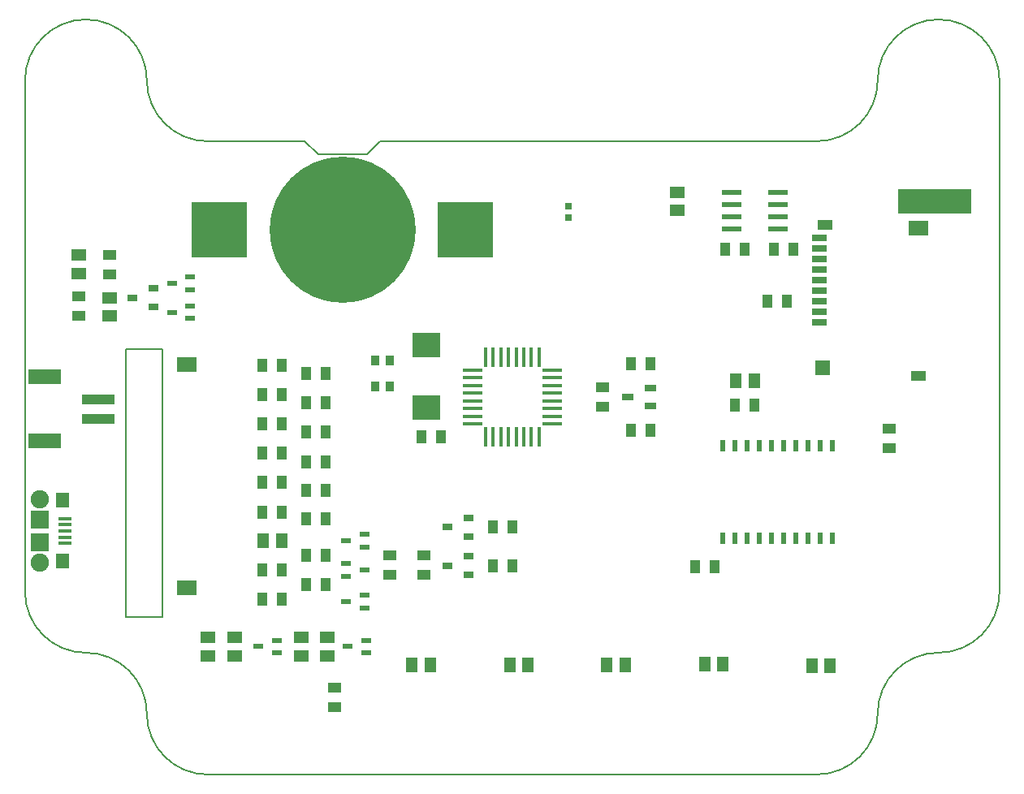
<source format=gbp>
G04 (created by PCBNEW (2013-03-15 BZR 4003)-stable) date 15-Apr-13 3:24:18 PM*
%MOIN*%
G04 Gerber Fmt 3.4, Leading zero omitted, Abs format*
%FSLAX34Y34*%
G01*
G70*
G90*
G04 APERTURE LIST*
%ADD10C,0.006*%
%ADD11C,0.005*%
%ADD12R,0.0394X0.0236*%
%ADD13R,0.0394X0.0315*%
%ADD14R,0.042X0.056*%
%ADD15R,0.056X0.042*%
%ADD16R,0.059X0.0512*%
%ADD17R,0.0512X0.059*%
%ADD18R,0.0472X0.0315*%
%ADD19R,0.0787X0.0177*%
%ADD20R,0.0177X0.0787*%
%ADD21R,0.054X0.016*%
%ADD22R,0.056X0.063*%
%ADD23R,0.075X0.075*%
%ADD24C,0.075*%
%ADD25R,0.03X0.03*%
%ADD26R,0.08X0.024*%
%ADD27R,0.06X0.03*%
%ADD28R,0.06X0.04*%
%ADD29R,0.08X0.06*%
%ADD30R,0.06X0.06*%
%ADD31R,0.0354X0.0394*%
%ADD32R,0.11811X0.0984252*%
%ADD33R,0.3X0.1*%
%ADD34R,0.02X0.05*%
%ADD35R,0.225X0.225*%
%ADD36C,0.6*%
%ADD37R,0.1337X0.059*%
%ADD38R,0.1377X0.0392*%
%ADD39R,0.0787402X0.0629921*%
%ADD40R,0.0433071X0.00393701*%
G04 APERTURE END LIST*
G54D10*
G54D11*
X21475Y-19000D02*
X17500Y-19000D01*
X24575Y-19000D02*
X42500Y-19000D01*
X24025Y-19550D02*
X24575Y-19000D01*
X23025Y-19550D02*
X24025Y-19550D01*
X22025Y-19550D02*
X21475Y-19000D01*
X23025Y-19550D02*
X22025Y-19550D01*
X47500Y-40000D02*
G75*
G03X50000Y-37500I0J2500D01*
G74*
G01*
X42500Y-45000D02*
G75*
G03X45000Y-42500I0J2500D01*
G74*
G01*
X47500Y-40000D02*
G75*
G03X45000Y-42500I0J-2500D01*
G74*
G01*
X15000Y-42500D02*
G75*
G03X17500Y-45000I2500J0D01*
G74*
G01*
X10000Y-37500D02*
G75*
G03X12500Y-40000I2500J0D01*
G74*
G01*
X15000Y-42500D02*
G75*
G03X12500Y-40000I-2500J0D01*
G74*
G01*
X42500Y-19000D02*
G75*
G03X45000Y-16500I0J2500D01*
G74*
G01*
X50000Y-16500D02*
G75*
G03X47500Y-14000I-2500J0D01*
G74*
G01*
X47500Y-14000D02*
G75*
G03X45000Y-16500I0J-2500D01*
G74*
G01*
X15000Y-16500D02*
G75*
G03X17500Y-19000I2500J0D01*
G74*
G01*
X15000Y-16500D02*
G75*
G03X12500Y-14000I-2500J0D01*
G74*
G01*
X12500Y-14000D02*
G75*
G03X10000Y-16500I0J-2500D01*
G74*
G01*
X14150Y-38550D02*
X15650Y-38550D01*
X14150Y-27550D02*
X14150Y-38550D01*
X15650Y-27550D02*
X14150Y-27550D01*
X15650Y-38550D02*
X15650Y-27550D01*
X42500Y-45000D02*
X17500Y-45000D01*
X10000Y-37500D02*
X10000Y-16500D01*
X50000Y-16500D02*
X50000Y-37500D01*
G54D12*
X23924Y-38156D03*
X23924Y-37644D03*
X23176Y-37900D03*
X16774Y-26281D03*
X16774Y-25769D03*
X16026Y-26025D03*
X23924Y-35656D03*
X23924Y-35144D03*
X23176Y-35400D03*
X20324Y-40006D03*
X20324Y-39494D03*
X19576Y-39750D03*
X23176Y-36344D03*
X23176Y-36856D03*
X23924Y-36600D03*
X23999Y-40006D03*
X23999Y-39494D03*
X23251Y-39750D03*
X16774Y-25096D03*
X16774Y-24584D03*
X16026Y-24840D03*
G54D13*
X14392Y-25425D03*
X15258Y-25800D03*
X15258Y-25050D03*
G54D14*
X41275Y-25575D03*
X40475Y-25575D03*
X29200Y-34850D03*
X30000Y-34850D03*
X19750Y-34225D03*
X20550Y-34225D03*
X21550Y-30950D03*
X22350Y-30950D03*
X19750Y-33000D03*
X20550Y-33000D03*
X21550Y-32175D03*
X22350Y-32175D03*
X19750Y-28200D03*
X20550Y-28200D03*
X21550Y-29750D03*
X22350Y-29750D03*
X19750Y-30600D03*
X20550Y-30600D03*
X21550Y-28550D03*
X22350Y-28550D03*
X21550Y-33350D03*
X22350Y-33350D03*
X21550Y-37200D03*
X22350Y-37200D03*
X19750Y-31800D03*
X20550Y-31800D03*
X21550Y-36000D03*
X22350Y-36000D03*
X34875Y-28150D03*
X35675Y-28150D03*
X22350Y-34500D03*
X21550Y-34500D03*
X19750Y-36600D03*
X20550Y-36600D03*
X19750Y-37800D03*
X20550Y-37800D03*
X19750Y-29400D03*
X20550Y-29400D03*
G54D15*
X26375Y-36800D03*
X26375Y-36000D03*
G54D16*
X13475Y-26175D03*
X13475Y-25425D03*
X22400Y-39375D03*
X22400Y-40125D03*
X18600Y-40125D03*
X18600Y-39375D03*
G54D17*
X19775Y-35400D03*
X20525Y-35400D03*
G54D16*
X17500Y-39375D03*
X17500Y-40125D03*
X21350Y-39375D03*
X21350Y-40125D03*
G54D17*
X39925Y-28850D03*
X39175Y-28850D03*
G54D16*
X12200Y-23675D03*
X12200Y-24425D03*
G54D15*
X24975Y-36800D03*
X24975Y-36000D03*
G54D14*
X39150Y-29850D03*
X39950Y-29850D03*
X38300Y-36475D03*
X37500Y-36475D03*
G54D15*
X13475Y-24475D03*
X13475Y-23675D03*
G54D14*
X35675Y-30875D03*
X34875Y-30875D03*
X27075Y-31150D03*
X26275Y-31150D03*
G54D15*
X12200Y-25375D03*
X12200Y-26175D03*
X33700Y-29900D03*
X33700Y-29100D03*
G54D18*
X35675Y-29125D03*
X34725Y-29500D03*
X35675Y-29875D03*
G54D17*
X34625Y-40500D03*
X33875Y-40500D03*
X38650Y-40475D03*
X37900Y-40475D03*
X30650Y-40500D03*
X29900Y-40500D03*
X42300Y-40525D03*
X43050Y-40525D03*
G54D15*
X22700Y-41450D03*
X22700Y-42250D03*
G54D19*
X28366Y-28398D03*
X28366Y-28713D03*
X28366Y-29028D03*
X28366Y-29343D03*
X28366Y-29657D03*
X28366Y-29972D03*
X28366Y-30287D03*
X28366Y-30602D03*
X31634Y-30602D03*
X31634Y-28398D03*
X31634Y-28713D03*
X31634Y-29028D03*
X31634Y-29343D03*
X31634Y-29657D03*
X31634Y-29972D03*
X31634Y-30287D03*
G54D20*
X28898Y-31134D03*
X29213Y-31134D03*
X29528Y-31134D03*
X29843Y-31134D03*
X30157Y-31134D03*
X30472Y-31134D03*
X30787Y-31134D03*
X31102Y-31134D03*
X28898Y-27866D03*
X29213Y-27866D03*
X29528Y-27866D03*
X29843Y-27866D03*
X30157Y-27866D03*
X30472Y-27866D03*
X30787Y-27866D03*
X31102Y-27866D03*
G54D13*
X27342Y-36425D03*
X28208Y-36800D03*
X28208Y-36050D03*
G54D16*
X36775Y-21850D03*
X36775Y-21100D03*
G54D14*
X40750Y-23425D03*
X41550Y-23425D03*
G54D17*
X26625Y-40500D03*
X25875Y-40500D03*
G54D14*
X39525Y-23425D03*
X38725Y-23425D03*
G54D15*
X45475Y-30800D03*
X45475Y-31600D03*
G54D21*
X11650Y-35000D03*
X11650Y-34744D03*
X11650Y-34488D03*
X11650Y-35256D03*
X11650Y-35512D03*
G54D22*
X11550Y-36250D03*
X11550Y-33750D03*
G54D23*
X10600Y-35475D03*
X10600Y-34525D03*
G54D24*
X10600Y-36300D03*
X10600Y-33700D03*
G54D13*
X27342Y-34850D03*
X28208Y-35225D03*
X28208Y-34475D03*
G54D14*
X29200Y-36425D03*
X30000Y-36425D03*
G54D25*
X32300Y-21675D03*
X32300Y-22150D03*
G54D26*
X39000Y-21100D03*
X40900Y-21100D03*
X39000Y-21600D03*
X39000Y-22100D03*
X39000Y-22600D03*
X40900Y-21600D03*
X40900Y-22100D03*
X40900Y-22600D03*
G54D27*
X42600Y-24700D03*
X42600Y-24267D03*
X42600Y-23834D03*
X42600Y-23401D03*
X42600Y-22968D03*
X42600Y-25133D03*
X42600Y-25566D03*
X42600Y-25999D03*
X42600Y-26432D03*
G54D28*
X42836Y-22438D03*
G54D29*
X46684Y-22574D03*
G54D28*
X46684Y-28637D03*
G54D30*
X42754Y-28315D03*
G54D31*
X24379Y-29075D03*
X24971Y-29075D03*
X24379Y-28000D03*
X24971Y-28000D03*
G54D32*
X26475Y-27375D03*
X26475Y-29925D03*
G54D33*
X47350Y-21475D03*
G54D34*
X43150Y-35300D03*
X42650Y-35300D03*
X42150Y-35300D03*
X41650Y-35300D03*
X41150Y-35300D03*
X40650Y-35300D03*
X40150Y-35300D03*
X39650Y-35300D03*
X39150Y-35300D03*
X38650Y-35300D03*
X38650Y-31500D03*
X39150Y-31500D03*
X39650Y-31500D03*
X40150Y-31500D03*
X40650Y-31500D03*
X41150Y-31500D03*
X41650Y-31500D03*
X42150Y-31500D03*
X42650Y-31500D03*
X43150Y-31500D03*
G54D35*
X28075Y-22650D03*
X17975Y-22650D03*
G54D36*
X23025Y-22650D03*
G54D37*
X10819Y-31318D03*
G54D38*
X13004Y-30393D03*
X13004Y-29607D03*
G54D37*
X10819Y-28682D03*
G54D39*
X16643Y-28163D03*
X16643Y-37336D03*
G54D40*
X17925Y-28911D03*
X17925Y-29108D03*
X17925Y-29305D03*
X17925Y-29501D03*
X17925Y-29698D03*
X17925Y-29895D03*
X17925Y-30092D03*
X17925Y-30289D03*
X17925Y-30486D03*
X17925Y-30683D03*
X17925Y-30879D03*
X17925Y-31076D03*
X17925Y-31273D03*
X17925Y-31470D03*
X17925Y-31667D03*
X17925Y-31864D03*
X17925Y-32061D03*
X17925Y-32257D03*
X17925Y-32454D03*
X17925Y-32651D03*
X17925Y-32848D03*
X17925Y-33045D03*
X17925Y-33242D03*
X17925Y-33438D03*
X17925Y-33635D03*
X17925Y-33832D03*
X17925Y-34029D03*
X17925Y-34226D03*
X17925Y-34423D03*
X17925Y-34620D03*
X17925Y-34816D03*
X17925Y-35013D03*
X17925Y-35210D03*
X17925Y-35407D03*
X17925Y-35604D03*
X17925Y-35801D03*
X17925Y-35998D03*
X17925Y-36194D03*
X17925Y-36391D03*
X17925Y-36588D03*
M02*

</source>
